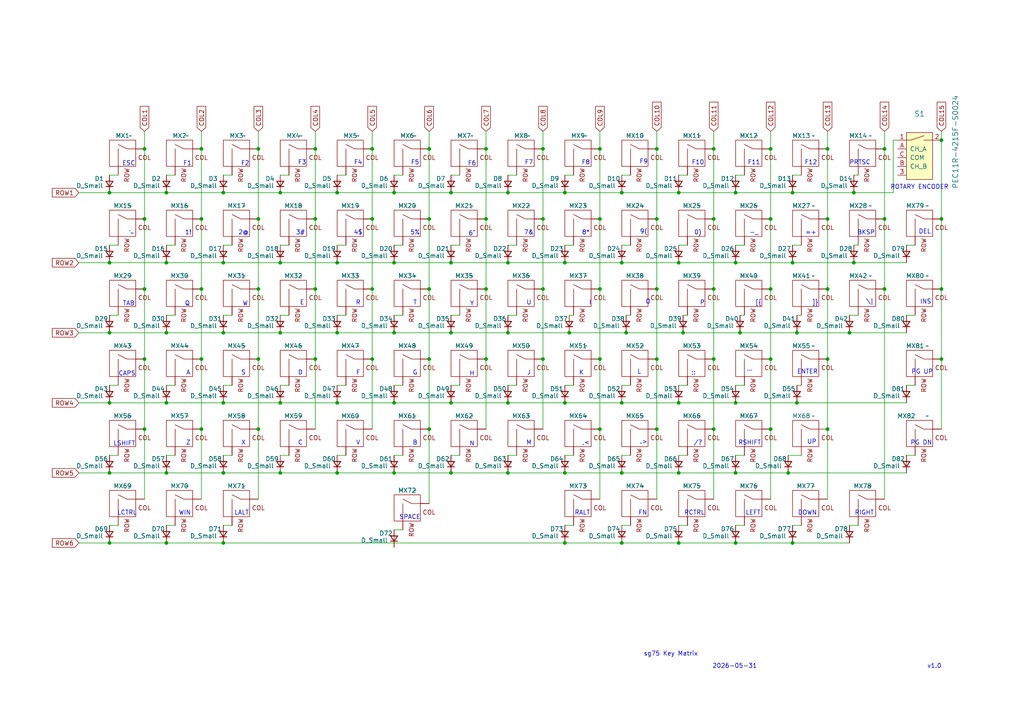
<source format=kicad_sch>
(kicad_sch (version 20231120) (generator "eeschema") (generator_version "8.0")
  (paper "A4")
  (junction (at 180.34 55.88))
  (junction (at 196.85 55.88))
  (junction (at 58.42 104.14))
  (junction (at 97.79 96.52))
  (junction (at 74.93 104.14))
  (junction (at 196.85 76.2))
  (junction (at 240.03 83.82))
  (junction (at 214.63 96.52))
  (junction (at 213.36 55.88))
  (junction (at 198.12 96.52))
  (junction (at 41.91 83.82))
  (junction (at 130.81 137.16))
  (junction (at 58.42 83.82))
  (junction (at 207.01 104.14))
  (junction (at 64.77 157.48))
  (junction (at 31.75 55.88))
  (junction (at 207.01 63.5))
  (junction (at 31.75 96.52))
  (junction (at 107.95 63.5))
  (junction (at 140.97 43.18))
  (junction (at 147.32 96.52))
  (junction (at 97.79 137.16))
  (junction (at 31.75 116.84))
  (junction (at 229.87 157.48))
  (junction (at 147.32 116.84))
  (junction (at 130.81 116.84))
  (junction (at 180.34 76.2))
  (junction (at 196.85 137.16))
  (junction (at 58.42 124.46))
  (junction (at 181.61 96.52))
  (junction (at 173.99 63.5))
  (junction (at 256.54 63.5))
  (junction (at 41.91 124.46))
  (junction (at 58.42 43.18))
  (junction (at 213.36 116.84))
  (junction (at 140.97 104.14))
  (junction (at 157.48 104.14))
  (junction (at 190.5 104.14))
  (junction (at 240.03 124.46))
  (junction (at 163.83 157.48))
  (junction (at 130.81 76.2))
  (junction (at 64.77 76.2))
  (junction (at 247.65 55.88))
  (junction (at 213.36 157.48))
  (junction (at 157.48 83.82))
  (junction (at 81.28 76.2))
  (junction (at 173.99 104.14))
  (junction (at 81.28 96.52))
  (junction (at 240.03 104.14))
  (junction (at 223.52 63.5))
  (junction (at 173.99 43.18))
  (junction (at 173.99 124.46))
  (junction (at 91.44 83.82))
  (junction (at 190.5 83.82))
  (junction (at 273.05 40.64))
  (junction (at 124.46 63.5))
  (junction (at 140.97 63.5))
  (junction (at 74.93 63.5))
  (junction (at 223.52 124.46))
  (junction (at 229.87 55.88))
  (junction (at 213.36 137.16))
  (junction (at 190.5 43.18))
  (junction (at 41.91 104.14))
  (junction (at 114.3 76.2))
  (junction (at 196.85 116.84))
  (junction (at 196.85 157.48))
  (junction (at 114.3 96.52))
  (junction (at 64.77 137.16))
  (junction (at 273.05 104.14))
  (junction (at 180.34 137.16))
  (junction (at 207.01 83.82))
  (junction (at 64.77 55.88))
  (junction (at 213.36 76.2))
  (junction (at 41.91 43.18))
  (junction (at 147.32 76.2))
  (junction (at 48.26 96.52))
  (junction (at 58.42 63.5))
  (junction (at 229.87 76.2))
  (junction (at 107.95 43.18))
  (junction (at 223.52 104.14))
  (junction (at 31.75 137.16))
  (junction (at 48.26 76.2))
  (junction (at 247.65 76.2))
  (junction (at 114.3 55.88))
  (junction (at 81.28 137.16))
  (junction (at 157.48 63.5))
  (junction (at 74.93 43.18))
  (junction (at 180.34 157.48))
  (junction (at 157.48 43.18))
  (junction (at 256.54 83.82))
  (junction (at 74.93 83.82))
  (junction (at 107.95 83.82))
  (junction (at 273.05 83.82))
  (junction (at 173.99 83.82))
  (junction (at 190.5 124.46))
  (junction (at 140.97 83.82))
  (junction (at 163.83 137.16))
  (junction (at 124.46 124.46))
  (junction (at 31.75 157.48))
  (junction (at 124.46 43.18))
  (junction (at 147.32 137.16))
  (junction (at 147.32 55.88))
  (junction (at 228.6 137.16))
  (junction (at 97.79 76.2))
  (junction (at 74.93 124.46))
  (junction (at 165.1 96.52))
  (junction (at 207.01 43.18))
  (junction (at 124.46 104.14))
  (junction (at 223.52 83.82))
  (junction (at 180.34 116.84))
  (junction (at 223.52 43.18))
  (junction (at 130.81 96.52))
  (junction (at 81.28 55.88))
  (junction (at 207.01 124.46))
  (junction (at 31.75 76.2))
  (junction (at 64.77 116.84))
  (junction (at 190.5 63.5))
  (junction (at 91.44 63.5))
  (junction (at 130.81 55.88))
  (junction (at 231.14 96.52))
  (junction (at 256.54 43.18))
  (junction (at 48.26 137.16))
  (junction (at 91.44 43.18))
  (junction (at 246.38 96.52))
  (junction (at 231.14 116.84))
  (junction (at 114.3 116.84))
  (junction (at 107.95 104.14))
  (junction (at 48.26 157.48))
  (junction (at 124.46 83.82))
  (junction (at 64.77 96.52))
  (junction (at 240.03 43.18))
  (junction (at 163.83 76.2))
  (junction (at 41.91 63.5))
  (junction (at 163.83 55.88))
  (junction (at 114.3 137.16))
  (junction (at 81.28 116.84))
  (junction (at 163.83 116.84))
  (junction (at 240.03 63.5))
  (junction (at 97.79 116.84))
  (junction (at 48.26 116.84))
  (junction (at 273.05 63.5))
  (junction (at 91.44 104.14))
  (junction (at 48.26 55.88))
  (junction (at 97.79 55.88))
  (wire (pts (xy 58.42 124.46) (xy 58.42 144.78)))
  (wire (pts (xy 48.26 116.84) (xy 64.77 116.84)))
  (wire (pts (xy 180.34 50.8) (xy 182.88 50.8)))
  (wire (pts (xy 22.86 137.16) (xy 31.75 137.16)))
  (wire (pts (xy 48.26 157.48) (xy 64.77 157.48)))
  (wire (pts (xy 198.12 91.44) (xy 199.39 91.44)))
  (wire (pts (xy 130.81 91.44) (xy 133.35 91.44)))
  (wire (pts (xy 97.79 137.16) (xy 114.3 137.16)))
  (wire (pts (xy 180.34 111.76) (xy 182.88 111.76)))
  (wire (pts (xy 64.77 96.52) (xy 81.28 96.52)))
  (wire (pts (xy 180.34 132.08) (xy 182.88 132.08)))
  (wire (pts (xy 207.01 38.1) (xy 207.01 43.18)))
  (wire (pts (xy 163.83 71.12) (xy 166.37 71.12)))
  (wire (pts (xy 256.54 38.1) (xy 256.54 43.18)))
  (wire (pts (xy 48.26 137.16) (xy 64.77 137.16)))
  (wire (pts (xy 124.46 124.46) (xy 124.46 146.05)))
  (wire (pts (xy 48.26 55.88) (xy 64.77 55.88)))
  (wire (pts (xy 223.52 38.1) (xy 223.52 43.18)))
  (wire (pts (xy 31.75 111.76) (xy 34.29 111.76)))
  (wire (pts (xy 190.5 104.14) (xy 190.5 124.46)))
  (wire (pts (xy 196.85 157.48) (xy 213.36 157.48)))
  (wire (pts (xy 114.3 137.16) (xy 130.81 137.16)))
  (wire (pts (xy 213.36 116.84) (xy 231.14 116.84)))
  (wire (pts (xy 196.85 152.4) (xy 199.39 152.4)))
  (wire (pts (xy 31.75 137.16) (xy 48.26 137.16)))
  (wire (pts (xy 64.77 71.12) (xy 67.31 71.12)))
  (wire (pts (xy 207.01 104.14) (xy 207.01 124.46)))
  (wire (pts (xy 48.26 50.8) (xy 50.8 50.8)))
  (wire (pts (xy 190.5 124.46) (xy 190.5 144.78)))
  (wire (pts (xy 91.44 83.82) (xy 91.44 104.14)))
  (wire (pts (xy 58.42 38.1) (xy 58.42 43.18)))
  (wire (pts (xy 180.34 76.2) (xy 196.85 76.2)))
  (wire (pts (xy 213.36 132.08) (xy 215.9 132.08)))
  (wire (pts (xy 173.99 38.1) (xy 173.99 43.18)))
  (wire (pts (xy 97.79 55.88) (xy 114.3 55.88)))
  (wire (pts (xy 81.28 50.8) (xy 83.82 50.8)))
  (wire (pts (xy 22.86 157.48) (xy 31.75 157.48)))
  (wire (pts (xy 273.05 63.5) (xy 273.05 83.82)))
  (wire (pts (xy 180.34 71.12) (xy 182.88 71.12)))
  (wire (pts (xy 196.85 111.76) (xy 199.39 111.76)))
  (wire (pts (xy 74.93 104.14) (xy 74.93 124.46)))
  (wire (pts (xy 262.89 71.12) (xy 265.43 71.12)))
  (wire (pts (xy 22.86 96.52) (xy 31.75 96.52)))
  (wire (pts (xy 163.83 76.2) (xy 180.34 76.2)))
  (wire (pts (xy 81.28 71.12) (xy 83.82 71.12)))
  (wire (pts (xy 81.28 111.76) (xy 83.82 111.76)))
  (wire (pts (xy 124.46 63.5) (xy 124.46 83.82)))
  (wire (pts (xy 207.01 43.18) (xy 207.01 63.5)))
  (wire (pts (xy 31.75 96.52) (xy 48.26 96.52)))
  (wire (pts (xy 48.26 76.2) (xy 64.77 76.2)))
  (wire (pts (xy 64.77 76.2) (xy 81.28 76.2)))
  (wire (pts (xy 130.81 76.2) (xy 147.32 76.2)))
  (wire (pts (xy 97.79 50.8) (xy 100.33 50.8)))
  (wire (pts (xy 41.91 63.5) (xy 41.91 83.82)))
  (wire (pts (xy 256.54 83.82) (xy 256.54 144.78)))
  (wire (pts (xy 22.86 116.84) (xy 31.75 116.84)))
  (wire (pts (xy 130.81 55.88) (xy 147.32 55.88)))
  (wire (pts (xy 48.26 111.76) (xy 50.8 111.76)))
  (wire (pts (xy 165.1 96.52) (xy 181.61 96.52)))
  (wire (pts (xy 256.54 43.18) (xy 256.54 63.5)))
  (wire (pts (xy 246.38 152.4) (xy 248.92 152.4)))
  (wire (pts (xy 190.5 43.18) (xy 190.5 63.5)))
  (wire (pts (xy 256.54 63.5) (xy 256.54 83.82)))
  (wire (pts (xy 163.83 132.08) (xy 166.37 132.08)))
  (wire (pts (xy 97.79 116.84) (xy 114.3 116.84)))
  (wire (pts (xy 114.3 50.8) (xy 116.84 50.8)))
  (wire (pts (xy 107.95 43.18) (xy 107.95 63.5)))
  (wire (pts (xy 97.79 111.76) (xy 100.33 111.76)))
  (wire (pts (xy 48.26 96.52) (xy 64.77 96.52)))
  (wire (pts (xy 74.93 124.46) (xy 74.93 144.78)))
  (wire (pts (xy 64.77 132.08) (xy 67.31 132.08)))
  (wire (pts (xy 130.81 111.76) (xy 133.35 111.76)))
  (wire (pts (xy 262.89 91.44) (xy 265.43 91.44)))
  (wire (pts (xy 147.32 50.8) (xy 149.86 50.8)))
  (wire (pts (xy 223.52 104.14) (xy 223.52 124.46)))
  (wire (pts (xy 91.44 43.18) (xy 91.44 63.5)))
  (wire (pts (xy 229.87 50.8) (xy 232.41 50.8)))
  (wire (pts (xy 231.14 91.44) (xy 232.41 91.44)))
  (wire (pts (xy 181.61 96.52) (xy 198.12 96.52)))
  (wire (pts (xy 31.75 116.84) (xy 48.26 116.84)))
  (wire (pts (xy 114.3 116.84) (xy 130.81 116.84)))
  (wire (pts (xy 213.36 50.8) (xy 215.9 50.8)))
  (wire (pts (xy 97.79 76.2) (xy 114.3 76.2)))
  (wire (pts (xy 207.01 124.46) (xy 207.01 144.78)))
  (wire (pts (xy 213.36 152.4) (xy 215.9 152.4)))
  (wire (pts (xy 247.65 71.12) (xy 248.92 71.12)))
  (wire (pts (xy 163.83 50.8) (xy 166.37 50.8)))
  (wire (pts (xy 64.77 152.4) (xy 67.31 152.4)))
  (wire (pts (xy 240.03 63.5) (xy 240.03 83.82)))
  (wire (pts (xy 58.42 83.82) (xy 58.42 104.14)))
  (wire (pts (xy 147.32 137.16) (xy 163.83 137.16)))
  (wire (pts (xy 114.3 111.76) (xy 116.84 111.76)))
  (wire (pts (xy 81.28 91.44) (xy 83.82 91.44)))
  (wire (pts (xy 114.3 132.08) (xy 116.84 132.08)))
  (wire (pts (xy 229.87 71.12) (xy 232.41 71.12)))
  (wire (pts (xy 157.48 38.1) (xy 157.48 43.18)))
  (wire (pts (xy 41.91 38.1) (xy 41.91 43.18)))
  (wire (pts (xy 214.63 91.44) (xy 215.9 91.44)))
  (wire (pts (xy 31.75 157.48) (xy 48.26 157.48)))
  (wire (pts (xy 247.65 55.88) (xy 259.08 55.88)))
  (wire (pts (xy 64.77 111.76) (xy 67.31 111.76)))
  (wire (pts (xy 130.81 132.08) (xy 133.35 132.08)))
  (wire (pts (xy 213.36 157.48) (xy 229.87 157.48)))
  (wire (pts (xy 173.99 43.18) (xy 173.99 63.5)))
  (wire (pts (xy 223.52 63.5) (xy 223.52 83.82)))
  (wire (pts (xy 130.81 71.12) (xy 133.35 71.12)))
  (wire (pts (xy 180.34 152.4) (xy 182.88 152.4)))
  (wire (pts (xy 214.63 96.52) (xy 231.14 96.52)))
  (wire (pts (xy 157.48 63.5) (xy 157.48 83.82)))
  (wire (pts (xy 58.42 63.5) (xy 58.42 83.82)))
  (wire (pts (xy 64.77 91.44) (xy 67.31 91.44)))
  (wire (pts (xy 246.38 96.52) (xy 262.89 96.52)))
  (wire (pts (xy 74.93 38.1) (xy 74.93 43.18)))
  (wire (pts (xy 91.44 104.14) (xy 91.44 124.46)))
  (wire (pts (xy 31.75 55.88) (xy 48.26 55.88)))
  (wire (pts (xy 228.6 137.16) (xy 262.89 137.16)))
  (wire (pts (xy 163.83 137.16) (xy 180.34 137.16)))
  (wire (pts (xy 64.77 116.84) (xy 81.28 116.84)))
  (wire (pts (xy 81.28 96.52) (xy 97.79 96.52)))
  (wire (pts (xy 107.95 38.1) (xy 107.95 43.18)))
  (wire (pts (xy 140.97 83.82) (xy 140.97 104.14)))
  (wire (pts (xy 180.34 137.16) (xy 196.85 137.16)))
  (wire (pts (xy 41.91 124.46) (xy 41.91 144.78)))
  (wire (pts (xy 31.75 76.2) (xy 48.26 76.2)))
  (wire (pts (xy 240.03 83.82) (xy 240.03 104.14)))
  (wire (pts (xy 124.46 104.14) (xy 124.46 124.46)))
  (wire (pts (xy 181.61 91.44) (xy 182.88 91.44)))
  (wire (pts (xy 223.52 124.46) (xy 223.52 144.78)))
  (wire (pts (xy 31.75 71.12) (xy 34.29 71.12)))
  (wire (pts (xy 64.77 50.8) (xy 67.31 50.8)))
  (wire (pts (xy 41.91 83.82) (xy 41.91 104.14)))
  (wire (pts (xy 58.42 104.14) (xy 58.42 124.46)))
  (wire (pts (xy 163.83 55.88) (xy 180.34 55.88)))
  (wire (pts (xy 147.32 76.2) (xy 163.83 76.2)))
  (wire (pts (xy 190.5 63.5) (xy 190.5 83.82)))
  (wire (pts (xy 247.65 50.8) (xy 248.92 50.8)))
  (wire (pts (xy 190.5 38.1) (xy 190.5 43.18)))
  (wire (pts (xy 97.79 71.12) (xy 100.33 71.12)))
  (wire (pts (xy 124.46 38.1) (xy 124.46 43.18)))
  (wire (pts (xy 31.75 152.4) (xy 34.29 152.4)))
  (wire (pts (xy 114.3 55.88) (xy 130.81 55.88)))
  (wire (pts (xy 140.97 63.5) (xy 140.97 83.82)))
  (wire (pts (xy 124.46 43.18) (xy 124.46 63.5)))
  (wire (pts (xy 173.99 104.14) (xy 173.99 124.46)))
  (wire (pts (xy 228.6 132.08) (xy 232.41 132.08)))
  (wire (pts (xy 147.32 55.88) (xy 163.83 55.88)))
  (wire (pts (xy 229.87 152.4) (xy 232.41 152.4)))
  (wire (pts (xy 147.32 71.12) (xy 149.86 71.12)))
  (wire (pts (xy 223.52 43.18) (xy 223.52 63.5)))
  (wire (pts (xy 198.12 96.52) (xy 214.63 96.52)))
  (wire (pts (xy 262.89 132.08) (xy 265.43 132.08)))
  (wire (pts (xy 130.81 50.8) (xy 133.35 50.8)))
  (wire (pts (xy 240.03 43.18) (xy 240.03 63.5)))
  (wire (pts (xy 273.05 83.82) (xy 273.05 104.14)))
  (wire (pts (xy 157.48 43.18) (xy 157.48 63.5)))
  (wire (pts (xy 247.65 76.2) (xy 262.89 76.2)))
  (wire (pts (xy 140.97 43.18) (xy 140.97 63.5)))
  (wire (pts (xy 231.14 116.84) (xy 262.89 116.84)))
  (wire (pts (xy 107.95 83.82) (xy 107.95 104.14)))
  (wire (pts (xy 114.3 153.67) (xy 116.84 153.67)))
  (wire (pts (xy 64.77 55.88) (xy 81.28 55.88)))
  (wire (pts (xy 130.81 137.16) (xy 147.32 137.16)))
  (wire (pts (xy 173.99 124.46) (xy 173.99 144.78)))
  (wire (pts (xy 97.79 132.08) (xy 100.33 132.08)))
  (wire (pts (xy 163.83 152.4) (xy 166.37 152.4)))
  (wire (pts (xy 163.83 111.76) (xy 166.37 111.76)))
  (wire (pts (xy 231.14 96.52) (xy 246.38 96.52)))
  (wire (pts (xy 157.48 83.82) (xy 157.48 104.14)))
  (wire (pts (xy 207.01 63.5) (xy 207.01 83.82)))
  (wire (pts (xy 124.46 83.82) (xy 124.46 104.14)))
  (wire (pts (xy 140.97 38.1) (xy 140.97 43.18)))
  (wire (pts (xy 48.26 71.12) (xy 50.8 71.12)))
  (wire (pts (xy 163.83 157.48) (xy 180.34 157.48)))
  (wire (pts (xy 64.77 157.48) (xy 163.83 157.48)))
  (wire (pts (xy 273.05 38.1) (xy 273.05 40.64)))
  (wire (pts (xy 229.87 55.88) (xy 247.65 55.88)))
  (wire (pts (xy 31.75 91.44) (xy 34.29 91.44)))
  (wire (pts (xy 81.28 137.16) (xy 97.79 137.16)))
  (wire (pts (xy 97.79 91.44) (xy 100.33 91.44)))
  (wire (pts (xy 147.32 132.08) (xy 149.86 132.08)))
  (wire (pts (xy 229.87 76.2) (xy 247.65 76.2)))
  (wire (pts (xy 196.85 50.8) (xy 199.39 50.8)))
  (wire (pts (xy 48.26 152.4) (xy 50.8 152.4)))
  (wire (pts (xy 74.93 43.18) (xy 74.93 63.5)))
  (wire (pts (xy 91.44 63.5) (xy 91.44 83.82)))
  (wire (pts (xy 41.91 104.14) (xy 41.91 124.46)))
  (wire (pts (xy 31.75 132.08) (xy 34.29 132.08)))
  (wire (pts (xy 213.36 111.76) (xy 215.9 111.76)))
  (wire (pts (xy 240.03 104.14) (xy 240.03 124.46)))
  (wire (pts (xy 196.85 132.08) (xy 199.39 132.08)))
  (wire (pts (xy 190.5 83.82) (xy 190.5 104.14)))
  (wire (pts (xy 196.85 137.16) (xy 213.36 137.16)))
  (wire (pts (xy 273.05 104.14) (xy 273.05 124.46)))
  (wire (pts (xy 259.08 55.88) (xy 259.08 40.64)))
  (wire (pts (xy 196.85 116.84) (xy 213.36 116.84)))
  (wire (pts (xy 22.86 55.88) (xy 31.75 55.88)))
  (wire (pts (xy 180.34 55.88) (xy 196.85 55.88)))
  (wire (pts (xy 240.03 124.46) (xy 240.03 144.78)))
  (wire (pts (xy 246.38 91.44) (xy 248.92 91.44)))
  (wire (pts (xy 180.34 157.48) (xy 196.85 157.48)))
  (wire (pts (xy 259.08 40.64) (xy 260.35 40.64)))
  (wire (pts (xy 81.28 55.88) (xy 97.79 55.88)))
  (wire (pts (xy 114.3 76.2) (xy 130.81 76.2)))
  (wire (pts (xy 147.32 111.76) (xy 149.86 111.76)))
  (wire (pts (xy 262.89 111.76) (xy 265.43 111.76)))
  (wire (pts (xy 147.32 91.44) (xy 149.86 91.44)))
  (wire (pts (xy 140.97 104.14) (xy 140.97 124.46)))
  (wire (pts (xy 114.3 91.44) (xy 116.84 91.44)))
  (wire (pts (xy 213.36 76.2) (xy 229.87 76.2)))
  (wire (pts (xy 147.32 96.52) (xy 165.1 96.52)))
  (wire (pts (xy 231.14 111.76) (xy 232.41 111.76)))
  (wire (pts (xy 147.32 116.84) (xy 163.83 116.84)))
  (wire (pts (xy 196.85 55.88) (xy 213.36 55.88)))
  (wire (pts (xy 229.87 157.48) (xy 246.38 157.48)))
  (wire (pts (xy 22.86 76.2) (xy 31.75 76.2)))
  (wire (pts (xy 91.44 38.1) (xy 91.44 43.18)))
  (wire (pts (xy 196.85 76.2) (xy 213.36 76.2)))
  (wire (pts (xy 180.34 116.84) (xy 196.85 116.84)))
  (wire (pts (xy 48.26 91.44) (xy 50.8 91.44)))
  (wire (pts (xy 107.95 104.14) (xy 107.95 124.46)))
  (wire (pts (xy 74.93 63.5) (xy 74.93 83.82)))
  (wire (pts (xy 81.28 132.08) (xy 83.82 132.08)))
  (wire (pts (xy 114.3 96.52) (xy 130.81 96.52)))
  (wire (pts (xy 58.42 43.18) (xy 58.42 63.5)))
  (wire (pts (xy 213.36 137.16) (xy 228.6 137.16)))
  (wire (pts (xy 114.3 71.12) (xy 116.84 71.12)))
  (wire (pts (xy 163.83 116.84) (xy 180.34 116.84)))
  (wire (pts (xy 130.81 96.52) (xy 147.32 96.52)))
  (wire (pts (xy 81.28 116.84) (xy 97.79 116.84)))
  (wire (pts (xy 31.75 50.8) (xy 34.29 50.8)))
  (wire (pts (xy 74.93 83.82) (xy 74.93 104.14)))
  (wire (pts (xy 64.77 137.16) (xy 81.28 137.16)))
  (wire (pts (xy 213.36 55.88) (xy 229.87 55.88)))
  (wire (pts (xy 48.26 132.08) (xy 50.8 132.08)))
  (wire (pts (xy 273.05 40.64) (xy 273.05 63.5)))
  (wire (pts (xy 223.52 83.82) (xy 223.52 104.14)))
  (wire (pts (xy 130.81 116.84) (xy 147.32 116.84)))
  (wire (pts (xy 213.36 71.12) (xy 215.9 71.12)))
  (wire (pts (xy 81.28 76.2) (xy 97.79 76.2)))
  (wire (pts (xy 165.1 91.44) (xy 166.37 91.44)))
  (wire (pts (xy 41.91 43.18) (xy 41.91 63.5)))
  (wire (pts (xy 207.01 83.82) (xy 207.01 104.14)))
  (wire (pts (xy 196.85 71.12) (xy 199.39 71.12)))
  (wire (pts (xy 240.03 38.1) (xy 240.03 43.18)))
  (wire (pts (xy 107.95 63.5) (xy 107.95 83.82)))
  (wire (pts (xy 157.48 104.14) (xy 157.48 124.46)))
  (wire (pts (xy 97.79 96.52) (xy 114.3 96.52)))
  (wire (pts (xy 173.99 83.82) (xy 173.99 104.14)))
  (wire (pts (xy 173.99 63.5) (xy 173.99 83.82)))
  (text "F12\n" (at 235.204 47.244 0) (effects (font (size 1.27 1.27))))
  (text "UP" (at 235.458 128.27 0) (effects (font (size 1.27 1.27))))
  (text "DEL" (at 268.224 67.31 0) (effects (font (size 1.27 1.27))))
  (text "K" (at 168.656 108.204 0) (effects (font (size 1.27 1.27))))
  (text ";:" (at 201.168 108.204 0) (effects (font (size 1.27 1.27))))
  (text "G" (at 120.396 108.204 0) (effects (font (size 1.27 1.27))))
  (text "W" (at 71.12 88.138 0) (effects (font (size 1.27 1.27))))
  (text "A" (at 54.61 108.204 0) (effects (font (size 1.27 1.27))))
  (text "8*" (at 169.926 67.564 0) (effects (font (size 1.27 1.27))))
  (text "O" (at 187.96 87.63 0) (effects (font (size 1.27 1.27))))
  (text "F6\n" (at 136.906 47.498 0) (effects (font (size 1.27 1.27))))
  (text "]}" (at 236.474 87.884 0) (effects (font (size 1.27 1.27))))
  (text "D" (at 87.122 108.204 0) (effects (font (size 1.27 1.27))))
  (text "F" (at 103.886 108.204 0) (effects (font (size 1.27 1.27))))
  (text "X" (at 70.612 128.524 0) (effects (font (size 1.27 1.27))))
  (text "4$" (at 103.886 67.564 0) (effects (font (size 1.27 1.27))))
  (text "Z" (at 54.61 128.524 0) (effects (font (size 1.27 1.27))))
  (text "Y" (at 136.906 88.138 0) (effects (font (size 1.27 1.27))))
  (text "E" (at 87.63 87.884 0) (effects (font (size 1.27 1.27))))
  (text "/?\n" (at 202.438 128.524 0) (effects (font (size 1.27 1.27))))
  (text "RSHIFT" (at 217.424 128.524 0) (effects (font (size 1.27 1.27))))
  (text "LCTRL\n" (at 36.83 148.844 0) (effects (font (size 1.27 1.27))))
  (text "'\"" (at 217.424 108.204 0) (effects (font (size 1.27 1.27))))
  (text "N" (at 136.906 128.778 0) (effects (font (size 1.27 1.27))))
  (text "6^" (at 136.906 67.818 0) (effects (font (size 1.27 1.27))))
  (text "=+" (at 235.204 67.564 0) (effects (font (size 1.27 1.27))))
  (text ",<" (at 169.926 128.524 0) (effects (font (size 1.27 1.27))))
  (text "5%" (at 120.396 67.564 0) (effects (font (size 1.27 1.27))))
  (text "RALT" (at 168.91 148.844 0) (effects (font (size 1.27 1.27))))
  (text "RCTRL" (at 201.422 148.844 0) (effects (font (size 1.27 1.27))))
  (text "WIN" (at 53.594 148.844 0) (effects (font (size 1.27 1.27))))
  (text "FN" (at 186.436 148.844 0) (effects (font (size 1.27 1.27))))
  (text "sg75 Key Matrix" (at 194.564 189.738 0) (effects (font (size 1.27 1.27))))
  (text "M" (at 153.416 128.524 0) (effects (font (size 1.27 1.27))))
  (text "RIGHT" (at 250.698 148.844 0) (effects (font (size 1.27 1.27))))
  (text "F5\n" (at 120.396 47.244 0) (effects (font (size 1.27 1.27))))
  (text "SPACE" (at 118.872 150.114 0) (effects (font (size 1.27 1.27))))
  (text "ENTER" (at 234.188 107.95 0) (effects (font (size 1.27 1.27))))
  (text "U" (at 153.416 87.884 0) (effects (font (size 1.27 1.27))))
  (text "T" (at 120.396 87.884 0) (effects (font (size 1.27 1.27))))
  (text "F11" (at 218.694 47.244 0) (effects (font (size 1.27 1.27))))
  (text "R\n" (at 103.886 87.884 0) (effects (font (size 1.27 1.27))))
  (text "v1.0" (at 271.018 193.294 0) (effects (font (size 1.27 1.27))))
  (text "LSHIFT" (at 36.068 128.778 0) (effects (font (size 1.27 1.27))))
  (text "F7" (at 153.416 47.244 0) (effects (font (size 1.27 1.27))))
  (text "F3" (at 87.63 47.244 0) (effects (font (size 1.27 1.27))))
  (text "9(" (at 186.69 67.31 0) (effects (font (size 1.27 1.27))))
  (text "BKSP" (at 251.206 67.564 0) (effects (font (size 1.27 1.27))))
  (text "\\|" (at 252.476 87.63 0) (effects (font (size 1.27 1.27))))
  (text "3#" (at 87.122 67.564 0) (effects (font (size 1.27 1.27))))
  (text "TAB" (at 37.338 88.138 0) (effects (font (size 1.27 1.27))))
  (text "DOWN" (at 234.188 148.844 0) (effects (font (size 1.27 1.27))))
  (text "I" (at 171.196 87.884 0) (effects (font (size 1.27 1.27))))
  (text "INS" (at 268.478 87.63 0) (effects (font (size 1.27 1.27))))
  (text "J" (at 153.416 108.204 0) (effects (font (size 1.27 1.27))))
  (text "F8" (at 169.926 47.244 0) (effects (font (size 1.27 1.27))))
  (text "L" (at 185.42 107.95 0) (effects (font (size 1.27 1.27))))
  (text "CAPS" (at 36.83 108.458 0) (effects (font (size 1.27 1.27))))
  (text "7&" (at 153.416 67.564 0) (effects (font (size 1.27 1.27))))
  (text "ESC\n" (at 37.338 47.498 0) (effects (font (size 1.27 1.27))))
  (text "B" (at 120.396 128.524 0) (effects (font (size 1.27 1.27))))
  (text "F9" (at 186.69 46.99 0) (effects (font (size 1.27 1.27))))
  (text "2@" (at 70.612 67.564 0) (effects (font (size 1.27 1.27))))
  (text "${CURRENT_DATE}" (at 213.106 193.294 0) (effects (font (size 1.27 1.27))))
  (text "V" (at 103.886 128.524 0) (effects (font (size 1.27 1.27))))
  (text "Q" (at 54.356 88.138 0) (effects (font (size 1.27 1.27))))
  (text "[{" (at 219.964 87.884 0) (effects (font (size 1.27 1.27))))
  (text "PRTSC\n" (at 249.428 47.244 0) (effects (font (size 1.27 1.27))))
  (text "F1" (at 54.356 47.498 0) (effects (font (size 1.27 1.27))))
  (text "ROTARY ENCODER\n" (at 266.7 54.356 0) (effects (font (size 1.27 1.27))))
  (text "LEFT" (at 218.44 148.844 0) (effects (font (size 1.27 1.27))))
  (text ".>\n" (at 186.69 128.27 0) (effects (font (size 1.27 1.27))))
  (text "PG UP" (at 267.462 107.95 0) (effects (font (size 1.27 1.27))))
  (text "0)" (at 202.438 67.564 0) (effects (font (size 1.27 1.27))))
  (text "F4" (at 103.886 47.244 0) (effects (font (size 1.27 1.27))))
  (text "F10" (at 202.438 47.244 0) (effects (font (size 1.27 1.27))))
  (text "C" (at 87.122 128.524 0) (effects (font (size 1.27 1.27))))
  (text "LALT" (at 70.104 148.844 0) (effects (font (size 1.27 1.27))))
  (text "PG DN" (at 267.208 128.524 0) (effects (font (size 1.27 1.27))))
  (text "P" (at 203.708 87.884 0) (effects (font (size 1.27 1.27))))
  (text "H" (at 136.906 108.458 0) (effects (font (size 1.27 1.27))))
  (text "F2" (at 71.12 47.498 0) (effects (font (size 1.27 1.27))))
  (text "`~" (at 38.1 67.818 0) (effects (font (size 1.27 1.27))))
  (text "1!" (at 54.61 67.564 0) (effects (font (size 1.27 1.27))))
  (text "S" (at 70.612 108.204 0) (effects (font (size 1.27 1.27))))
  (text "-_" (at 218.694 67.564 0) (effects (font (size 1.27 1.27))))
  (global_label "COL8" (shape input) (at 157.48 38.1 90) (property "Intersheetrefs" "${INTERSHEET_REFS}" (effects (hide yes))))
  (global_label "COL9" (shape input) (at 173.99 38.1 90) (property "Intersheetrefs" "${INTERSHEET_REFS}" (effects (hide yes))))
  (global_label "COL11" (shape input) (at 207.01 38.1 90) (property "Intersheetrefs" "${INTERSHEET_REFS}" (effects (hide yes))))
  (global_label "COL5" (shape input) (at 107.95 38.1 90) (property "Intersheetrefs" "${INTERSHEET_REFS}" (effects (hide yes))))
  (global_label "COL13" (shape input) (at 240.03 38.1 90) (property "Intersheetrefs" "${INTERSHEET_REFS}" (effects (hide yes))))
  (global_label "COL14" (shape input) (at 256.54 38.1 90) (property "Intersheetrefs" "${INTERSHEET_REFS}" (effects (hide yes))))
  (global_label "ROW4" (shape input) (at 22.86 116.84 180) (property "Intersheetrefs" "${INTERSHEET_REFS}" (effects (hide yes))))
  (global_label "ROW1" (shape input) (at 22.86 55.88 180) (property "Intersheetrefs" "${INTERSHEET_REFS}" (effects (hide yes))))
  (global_label "ROW5" (shape input) (at 22.86 137.16 180) (property "Intersheetrefs" "${INTERSHEET_REFS}" (effects (hide yes))))
  (global_label "COL12" (shape input) (at 223.52 38.1 90) (property "Intersheetrefs" "${INTERSHEET_REFS}" (effects (hide yes))))
  (global_label "COL7" (shape input) (at 140.97 38.1 90) (property "Intersheetrefs" "${INTERSHEET_REFS}" (effects (hide yes))))
  (global_label "ROW2" (shape input) (at 22.86 76.2 180) (property "Intersheetrefs" "${INTERSHEET_REFS}" (effects (hide yes))))
  (global_label "COL4" (shape input) (at 91.44 38.1 90) (property "Intersheetrefs" "${INTERSHEET_REFS}" (effects (hide yes))))
  (global_label "COL10" (shape input) (at 190.5 38.1 90) (property "Intersheetrefs" "${INTERSHEET_REFS}" (effects (hide yes))))
  (global_label "COL2" (shape input) (at 58.42 38.1 90) (property "Intersheetrefs" "${INTERSHEET_REFS}" (effects (hide yes))))
  (global_label "ROW6" (shape input) (at 22.86 157.48 180) (property "Intersheetrefs" "${INTERSHEET_REFS}" (effects (hide yes))))
  (global_label "COL6" (shape input) (at 124.46 38.1 90) (property "Intersheetrefs" "${INTERSHEET_REFS}" (effects (hide yes))))
  (global_label "COL15" (shape input) (at 273.05 38.1 90) (property "Intersheetrefs" "${INTERSHEET_REFS}" (effects (hide yes))))
  (global_label "COL1" (shape input) (at 41.91 38.1 90) (property "Intersheetrefs" "${INTERSHEET_REFS}" (effects (hide yes))))
  (global_label "ROW3" (shape input) (at 22.86 96.52 180) (property "Intersheetrefs" "${INTERSHEET_REFS}" (effects (hide yes))))
  (global_label "COL3" (shape input) (at 74.93 38.1 90) (property "Intersheetrefs" "${INTERSHEET_REFS}" (effects (hide yes))))
  (symbol (lib_id "Device:D_Small") (at 163.83 73.66 90) (unit 1)
    (property "Reference" "D23" (at 159.512 72.136 90) (effects (justify right)))
    (property "Value" "D_Small" (at 154.178 74.168 90) (effects (justify right)))
    (property "Description" "Diode, small symbol" (effects (hide yes)))
    (property "Sim.Device" "D" (effects (hide yes)))
    (property "Sim.Pins" "1=K 2=A" (effects (hide yes)))
  )
  (symbol (lib_id "Device:D_Small") (at 196.85 73.66 90) (unit 1)
    (property "Reference" "D25" (at 192.532 72.136 90) (effects (justify right)))
    (property "Value" "D_Small" (at 187.198 74.168 90) (effects (justify right)))
    (property "Description" "Diode, small symbol" (effects (hide yes)))
    (property "Sim.Device" "D" (effects (hide yes)))
    (property "Sim.Pins" "1=K 2=A" (effects (hide yes)))
  )
  (symbol (lib_id "Device:D_Small") (at 97.79 73.66 90) (unit 1)
    (property "Reference" "D19" (at 93.472 72.136 90) (effects (justify right)))
    (property "Value" "D_Small" (at 88.138 74.168 90) (effects (justify right)))
    (property "Description" "Diode, small symbol" (effects (hide yes)))
    (property "Sim.Device" "D" (effects (hide yes)))
    (property "Sim.Pins" "1=K 2=A" (effects (hide yes)))
  )
  (symbol (lib_id "Keyboard:MX_Switch") (at 233.68 105.41 0) (unit 1)
    (property "Reference" "MX55" (at 232.41 100.33 0))
    (property "Value" "~" (at 235.9127 100.33 0))
  )
  (symbol (lib_id "Device:D_Small") (at 130.81 53.34 90) (unit 1)
    (property "Reference" "D7" (at 126.492 51.816 90) (effects (justify right)))
    (property "Value" "D_Small" (at 121.158 53.848 90) (effects (justify right)))
    (property "Description" "Diode, small symbol" (effects (hide yes)))
    (property "Sim.Device" "D" (effects (hide yes)))
    (property "Sim.Pins" "1=K 2=A" (effects (hide yes)))
  )
  (symbol (lib_id "Device:D_Small") (at 262.89 114.3 90) (unit 1)
    (property "Reference" "D81" (at 258.572 112.776 90) (effects (justify right)))
    (property "Value" "D_Small" (at 253.238 114.808 90) (effects (justify right)))
    (property "Description" "Diode, small symbol" (effects (hide yes)))
    (property "Sim.Device" "D" (effects (hide yes)))
    (property "Sim.Pins" "1=K 2=A" (effects (hide yes)))
  )
  (symbol (lib_id "Device:D_Small") (at 262.89 73.66 90) (unit 1)
    (property "Reference" "D79" (at 258.572 72.136 90) (effects (justify right)))
    (property "Value" "D_Small" (at 253.238 74.168 90) (effects (justify right)))
    (property "Description" "Diode, small symbol" (effects (hide yes)))
    (property "Sim.Device" "D" (effects (hide yes)))
    (property "Sim.Pins" "1=K 2=A" (effects (hide yes)))
  )
  (symbol (lib_id "Keyboard:MX_Switch") (at 101.6 44.45 0) (unit 1)
    (property "Reference" "MX5" (at 101.6 39.37 0))
    (property "Value" "~" (at 103.8327 39.37 0))
  )
  (symbol (lib_id "Keyboard:MX_Switch") (at 184.15 146.05 0) (unit 1)
    (property "Reference" "MX74" (at 184.15 140.97 0))
    (property "Value" "~" (at 186.3827 140.97 0))
  )
  (symbol (lib_id "Device:D_Small") (at 196.85 154.94 90) (unit 1)
    (property "Reference" "D75" (at 192.532 153.416 90) (effects (justify right)))
    (property "Value" "D_Small" (at 187.198 155.448 90) (effects (justify right)))
    (property "Description" "Diode, small symbol" (effects (hide yes)))
    (property "Sim.Device" "D" (effects (hide yes)))
    (property "Sim.Pins" "1=K 2=A" (effects (hide yes)))
  )
  (symbol (lib_id "Keyboard:MX_Switch") (at 118.11 105.41 0) (unit 1)
    (property "Reference" "MX48" (at 118.11 100.33 0))
    (property "Value" "~" (at 120.3427 100.33 0))
  )
  (symbol (lib_id "Keyboard:MX_Switch") (at 52.07 125.73 0) (unit 1)
    (property "Reference" "MX57" (at 52.07 120.65 0))
    (property "Value" "~" (at 54.3027 120.65 0))
  )
  (symbol (lib_id "Keyboard:MX_Switch") (at 167.64 64.77 0) (unit 1)
    (property "Reference" "MX23" (at 167.64 59.69 0))
    (property "Value" "~" (at 169.8727 59.69 0))
  )
  (symbol (lib_id "Keyboard:MX_Switch") (at 200.66 125.73 0) (unit 1)
    (property "Reference" "MX66" (at 200.66 120.65 0))
    (property "Value" "~" (at 202.8927 120.65 0))
  )
  (symbol (lib_id "Keyboard:MX_Switch") (at 118.11 85.09 0) (unit 1)
    (property "Reference" "MX34" (at 118.11 80.01 0))
    (property "Value" "~" (at 120.3427 80.01 0))
  )
  (symbol (lib_id "Keyboard:MX_Switch") (at 68.58 85.09 0) (unit 1)
    (property "Reference" "MX31" (at 68.58 80.01 0))
    (property "Value" "~" (at 70.8127 80.01 0))
  )
  (symbol (lib_id "Device:D_Small") (at 81.28 53.34 90) (unit 1)
    (property "Reference" "D4" (at 76.962 51.816 90) (effects (justify right)))
    (property "Value" "D_Small" (at 71.628 53.848 90) (effects (justify right)))
    (property "Description" "Diode, small symbol" (effects (hide yes)))
    (property "Sim.Device" "D" (effects (hide yes)))
    (property "Sim.Pins" "1=K 2=A" (effects (hide yes)))
  )
  (symbol (lib_id "Device:D_Small") (at 48.26 134.62 90) (unit 1)
    (property "Reference" "D57" (at 43.942 133.096 90) (effects (justify right)))
    (property "Value" "D_Small" (at 38.608 135.128 90) (effects (justify right)))
    (property "Description" "Diode, small symbol" (effects (hide yes)))
    (property "Sim.Device" "D" (effects (hide yes)))
    (property "Sim.Pins" "1=K 2=A" (effects (hide yes)))
  )
  (symbol (lib_id "Keyboard:MX_Switch") (at 118.11 64.77 0) (unit 1)
    (property "Reference" "MX20" (at 118.11 59.69 0))
    (property "Value" "~" (at 120.3427 59.69 0))
  )
  (symbol (lib_id "Device:D_Small") (at 48.26 73.66 90) (unit 1)
    (property "Reference" "D16" (at 43.942 72.136 90) (effects (justify right)))
    (property "Value" "D_Small" (at 38.608 74.168 90) (effects (justify right)))
    (property "Description" "Diode, small symbol" (effects (hide yes)))
    (property "Sim.Device" "D" (effects (hide yes)))
    (property "Sim.Pins" "1=K 2=A" (effects (hide yes)))
  )
  (symbol (lib_id "Keyboard:MX_Switch") (at 101.6 105.41 0) (unit 1)
    (property "Reference" "MX47" (at 101.6 100.33 0))
    (property "Value" "~" (at 103.8327 100.33 0))
  )
  (symbol (lib_id "Keyboard:MX_Switch") (at 35.56 85.09 0) (unit 1)
    (property "Reference" "MX29" (at 35.56 80.01 0))
    (property "Value" "~" (at 37.7927 80.01 0))
  )
  (symbol (lib_id "Keyboard:MX_Switch") (at 217.17 44.45 0) (unit 1)
    (property "Reference" "MX12" (at 217.17 39.37 0))
    (property "Value" "~" (at 219.4027 39.37 0))
  )
  (symbol (lib_id "Keyboard:MX_Switch") (at 134.62 85.09 0) (unit 1)
    (property "Reference" "MX35" (at 134.62 80.01 0))
    (property "Value" "~" (at 136.8527 80.01 0))
  )
  (symbol (lib_id "Device:D_Small") (at 180.34 114.3 90) (unit 1)
    (property "Reference" "D52" (at 176.022 112.776 90) (effects (justify right)))
    (property "Value" "D_Small" (at 170.688 114.808 90) (effects (justify right)))
    (property "Description" "Diode, small symbol" (effects (hide yes)))
    (property "Sim.Device" "D" (effects (hide yes)))
    (property "Sim.Pins" "1=K 2=A" (effects (hide yes)))
  )
  (symbol (lib_id "Keyboard:MX_Switch") (at 134.62 64.77 0) (unit 1)
    (property "Reference" "MX21" (at 134.62 59.69 0))
    (property "Value" "~" (at 136.8527 59.69 0))
  )
  (symbol (lib_id "Keyboard:MX_Switch") (at 35.56 146.05 0) (unit 1)
    (property "Reference" "MX69" (at 35.56 140.97 0))
    (property "Value" "~" (at 37.7927 140.97 0))
  )
  (symbol (lib_id "Device:D_Small") (at 147.32 73.66 90) (unit 1)
    (property "Reference" "D22" (at 143.002 72.136 90) (effects (justify right)))
    (property "Value" "D_Small" (at 137.668 74.168 90) (effects (justify right)))
    (property "Description" "Diode, small symbol" (effects (hide yes)))
    (property "Sim.Device" "D" (effects (hide yes)))
    (property "Sim.Pins" "1=K 2=A" (effects (hide yes)))
  )
  (symbol (lib_id "Keyboard:MX_Switch") (at 167.64 44.45 0) (unit 1)
    (property "Reference" "MX9" (at 167.64 39.37 0))
    (property "Value" "~" (at 169.8727 39.37 0))
  )
  (symbol (lib_id "Device:D_Small") (at 130.81 114.3 90) (unit 1)
    (property "Reference" "D49" (at 126.492 112.776 90) (effects (justify right)))
    (property "Value" "D_Small" (at 121.158 114.808 90) (effects (justify right)))
    (property "Description" "Diode, small symbol" (effects (hide yes)))
    (property "Sim.Device" "D" (effects (hide yes)))
    (property "Sim.Pins" "1=K 2=A" (effects (hide yes)))
  )
  (symbol (lib_id "Keyboard:MX_Switch") (at 184.15 44.45 0) (unit 1)
    (property "Reference" "MX10" (at 184.15 39.37 0))
    (property "Value" "~" (at 186.3827 39.37 0))
  )
  (symbol (lib_id "Keyboard:MX_Switch") (at 68.58 44.45 0) (unit 1)
    (property "Reference" "MX3" (at 68.58 39.37 0))
    (property "Value" "~" (at 70.8127 39.37 0))
  )
  (symbol (lib_id "Device:D_Small") (at 147.32 53.34 90) (unit 1)
    (property "Reference" "D8" (at 143.002 51.816 90) (effects (justify right)))
    (property "Value" "D_Small" (at 137.668 53.848 90) (effects (justify right)))
    (property "Description" "Diode, small symbol" (effects (hide yes)))
    (property "Sim.Device" "D" (effects (hide yes)))
    (property "Sim.Pins" "1=K 2=A" (effects (hide yes)))
  )
  (symbol (lib_id "Keyboard:MX_Switch") (at 68.58 125.73 0) (unit 1)
    (property "Reference" "MX58" (at 68.58 120.65 0))
    (property "Value" "~" (at 70.8127 120.65 0))
  )
  (symbol (lib_id "Device:D_Small") (at 262.89 93.98 90) (unit 1)
    (property "Reference" "D80" (at 258.572 92.456 90) (effects (justify right)))
    (property "Value" "D_Small" (at 253.238 94.488 90) (effects (justify right)))
    (property "Description" "Diode, small symbol" (effects (hide yes)))
    (property "Sim.Device" "D" (effects (hide yes)))
    (property "Sim.Pins" "1=K 2=A" (effects (hide yes)))
  )
  (symbol (lib_id "Keyboard:MX_Switch") (at 85.09 85.09 0) (unit 1)
    (property "Reference" "MX32" (at 85.09 80.01 0))
    (property "Value" "~" (at 87.3227 80.01 0))
  )
  (symbol (lib_id "Device:D_Small") (at 147.32 114.3 90) (unit 1)
    (property "Reference" "D50" (at 143.002 112.776 90) (effects (justify right)))
    (property "Value" "D_Small" (at 137.668 114.808 90) (effects (justify right)))
    (property "Description" "Diode, small symbol" (effects (hide yes)))
    (property "Sim.Device" "D" (effects (hide yes)))
    (property "Sim.Pins" "1=K 2=A" (effects (hide yes)))
  )
  (symbol (lib_id "Keyboard:MX_Switch") (at 217.17 125.73 0) (unit 1)
    (property "Reference" "MX67" (at 217.17 120.65 0))
    (property "Value" "~" (at 219.4027 120.65 0))
  )
  (symbol (lib_id "Keyboard:MX_Switch") (at 250.19 64.77 0) (unit 1)
    (property "Reference" "MX28" (at 248.92 59.69 0))
    (property "Value" "~" (at 252.4227 59.69 0))
  )
  (symbol (lib_id "Device:D_Small") (at 196.85 134.62 90) (unit 1)
    (property "Reference" "D66" (at 192.532 133.096 90) (effects (justify right)))
    (property "Value" "D_Small" (at 187.198 135.128 90) (effects (justify right)))
    (property "Description" "Diode, small symbol" (effects (hide yes)))
    (property "Sim.Device" "D" (effects (hide yes)))
    (property "Sim.Pins" "1=K 2=A" (effects (hide yes)))
  )
  (symbol (lib_id "Device:D_Small") (at 198.12 93.98 90) (unit 1)
    (property "Reference" "D39" (at 193.802 92.456 90) (effects (justify right)))
    (property "Value" "D_Small" (at 188.468 94.488 90) (effects (justify right)))
    (property "Description" "Diode, small symbol" (effects (hide yes)))
    (property "Sim.Device" "D" (effects (hide yes)))
    (property "Sim.Pins" "1=K 2=A" (effects (hide yes)))
  )
  (symbol (lib_id "Device:D_Small") (at 181.61 93.98 90) (unit 1)
    (property "Reference" "D38" (at 177.292 92.456 90) (effects (justify right)))
    (property "Value" "D_Small" (at 171.958 94.488 90) (effects (justify right)))
    (property "Description" "Diode, small symbol" (effects (hide yes)))
    (property "Sim.Device" "D" (effects (hide yes)))
    (property "Sim.Pins" "1=K 2=A" (effects (hide yes)))
  )
  (symbol (lib_id "Keyboard:MX_Switch") (at 151.13 44.45 0) (unit 1)
    (property "Reference" "MX8" (at 151.13 39.37 0))
    (property "Value" "~" (at 153.3627 39.37 0))
  )
  (symbol (lib_id "Device:D_Small") (at 81.28 114.3 90) (unit 1)
    (property "Reference" "D46" (at 76.962 112.776 90) (effects (justify right)))
    (property "Value" "D_Small" (at 71.628 114.808 90) (effects (justify right)))
    (property "Description" "Diode, small symbol" (effects (hide yes)))
    (property "Sim.Device" "D" (effects (hide yes)))
    (property "Sim.Pins" "1=K 2=A" (effects (hide yes)))
  )
  (symbol (lib_id "Device:D_Small") (at 114.3 134.62 90) (unit 1)
    (property "Reference" "D61" (at 109.982 133.096 90) (effects (justify right)))
    (property "Value" "D_Small" (at 104.648 135.128 90) (effects (justify right)))
    (property "Description" "Diode, small symbol" (effects (hide yes)))
    (property "Sim.Device" "D" (effects (hide yes)))
    (property "Sim.Pins" "1=K 2=A" (effects (hide yes)))
  )
  (symbol (lib_id "Device:D_Small") (at 180.34 134.62 90) (unit 1)
    (property "Reference" "D65" (at 176.022 133.096 90) (effects (justify right)))
    (property "Value" "D_Small" (at 170.688 135.128 90) (effects (justify right)))
    (property "Description" "Diode, small symbol" (effects (hide yes)))
    (property "Sim.Device" "D" (effects (hide yes)))
    (property "Sim.Pins" "1=K 2=A" (effects (hide yes)))
  )
  (symbol (lib_id "Device:D_Small") (at 229.87 154.94 90) (unit 1)
    (property "Reference" "D77" (at 225.552 153.416 90) (effects (justify right)))
    (property "Value" "D_Small" (at 220.218 155.448 90) (effects (justify right)))
    (property "Description" "Diode, small symbol" (effects (hide yes)))
    (property "Sim.Device" "D" (effects (hide yes)))
    (property "Sim.Pins" "1=K 2=A" (effects (hide yes)))
  )
  (symbol (lib_id "Device:D_Small") (at 163.83 114.3 90) (unit 1)
    (property "Reference" "D51" (at 159.512 112.776 90) (effects (justify right)))
    (property "Value" "D_Small" (at 154.178 114.808 90) (effects (justify right)))
    (property "Description" "Diode, small symbol" (effects (hide yes)))
    (property "Sim.Device" "D" (effects (hide yes)))
    (property "Sim.Pins" "1=K 2=A" (effects (hide yes)))
  )
  (symbol (lib_id "Device:D_Small") (at 228.6 134.62 90) (unit 1)
    (property "Reference" "D68" (at 224.282 133.096 90) (effects (justify right)))
    (property "Value" "D_Small" (at 218.948 135.128 90) (effects (justify right)))
    (property "Description" "Diode, small symbol" (effects (hide yes)))
    (property "Sim.Device" "D" (effects (hide yes)))
    (property "Sim.Pins" "1=K 2=A" (effects (hide yes)))
  )
  (symbol (lib_id "Device:D_Small") (at 97.79 93.98 90) (unit 1)
    (property "Reference" "D33" (at 93.472 92.456 90) (effects (justify right)))
    (property "Value" "D_Small" (at 88.138 94.488 90) (effects (justify right)))
    (property "Description" "Diode, small symbol" (effects (hide yes)))
    (property "Sim.Device" "D" (effects (hide yes)))
    (property "Sim.Pins" "1=K 2=A" (effects (hide yes)))
  )
  (symbol (lib_id "Device:D_Small") (at 247.65 53.34 90) (unit 1)
    (property "Reference" "D14" (at 243.332 51.816 90) (effects (justify right)))
    (property "Value" "D_Small" (at 237.998 53.848 90) (effects (justify right)))
    (property "Description" "Diode, small symbol" (effects (hide yes)))
    (property "Sim.Device" "D" (effects (hide yes)))
    (property "Sim.Pins" "1=K 2=A" (effects (hide yes)))
  )
  (symbol (lib_id "Keyboard:MX_Switch") (at 68.58 105.41 0) (unit 1)
    (property "Reference" "MX45" (at 68.58 100.33 0))
    (property "Value" "~" (at 70.8127 100.33 0))
  )
  (symbol (lib_id "Device:D_Small") (at 163.83 154.94 90) (unit 1)
    (property "Reference" "D73" (at 159.512 153.416 90) (effects (justify right)))
    (property "Value" "D_Small" (at 154.178 155.448 90) (effects (justify right)))
    (property "Description" "Diode, small symbol" (effects (hide yes)))
    (property "Sim.Device" "D" (effects (hide yes)))
    (property "Sim.Pins" "1=K 2=A" (effects (hide yes)))
  )
  (symbol (lib_id "Device:D_Small") (at 246.38 154.94 90) (unit 1)
    (property "Reference" "D78" (at 242.062 153.416 90) (effects (justify right)))
    (property "Value" "D_Small" (at 236.728 155.448 90) (effects (justify right)))
    (property "Description" "Diode, small symbol" (effects (hide yes)))
    (property "Sim.Device" "D" (effects (hide yes)))
    (property "Sim.Pins" "1=K 2=A" (effects (hide yes)))
  )
  (symbol (lib_id "Keyboard:MX_Switch") (at 151.13 105.41 0) (unit 1)
    (property "Reference" "MX50" (at 151.13 100.33 0))
    (property "Value" "~" (at 153.3627 100.33 0))
  )
  (symbol (lib_id "Device:D_Small") (at 165.1 93.98 90) (unit 1)
    (property "Reference" "D37" (at 160.782 92.456 90) (effects (justify right)))
    (property "Value" "D_Small" (at 155.448 94.488 90) (effects (justify right)))
    (property "Description" "Diode, small symbol" (effects (hide yes)))
    (property "Sim.Device" "D" (effects (hide yes)))
    (property "Sim.Pins" "1=K 2=A" (effects (hide yes)))
  )
  (symbol (lib_id "Keyboard:MX_Switch") (at 52.07 44.45 0) (unit 1)
    (property "Reference" "MX2" (at 52.07 39.37 0))
    (property "Value" "~" (at 54.3027 39.37 0))
  )
  (symbol (lib_id "Device:D_Small") (at 229.87 73.66 90) (unit 1)
    (property "Reference" "D27" (at 225.552 72.136 90) (effects (justify right)))
    (property "Value" "D_Small" (at 220.218 74.168 90) (effects (justify right)))
    (property "Description" "Diode, small symbol" (effects (hide yes)))
    (property "Sim.Device" "D" (effects (hide yes)))
    (property "Sim.Pins" "1=K 2=A" (effects (hide yes)))
  )
  (symbol (lib_id "Device:D_Small") (at 147.32 134.62 90) (unit 1)
    (property "Reference" "D63" (at 143.002 133.096 90) (effects (justify right)))
    (property "Value" "D_Small" (at 137.668 135.128 90) (effects (justify right)))
    (property "Description" "Diode, small symbol" (effects (hide yes)))
    (property "Sim.Device" "D" (effects (hide yes)))
    (property "Sim.Pins" "1=K 2=A" (effects (hide yes)))
  )
  (symbol (lib_id "Device:D_Small") (at 31.75 134.62 90) (unit 1)
    (property "Reference" "D56" (at 27.432 133.096 90) (effects (justify right)))
    (property "Value" "D_Small" (at 22.098 135.128 90) (effects (justify right)))
    (property "Description" "Diode, small symbol" (effects (hide yes)))
    (property "Sim.Device" "D" (effects (hide yes)))
    (property "Sim.Pins" "1=K 2=A" (effects (hide yes)))
  )
  (symbol (lib_id "Device:D_Small") (at 214.63 93.98 90) (unit 1)
    (property "Reference" "D40" (at 210.312 92.456 90) (effects (justify right)))
    (property "Value" "D_Small" (at 204.978 94.488 90) (effects (justify right)))
    (property "Description" "Diode, small symbol" (effects (hide yes)))
    (property "Sim.Device" "D" (effects (hide yes)))
    (property "Sim.Pins" "1=K 2=A" (effects (hide yes)))
  )
  (symbol (lib_id "Keyboard:MX_Switch") (at 200.66 146.05 0) (unit 1)
    (property "Reference" "MX75" (at 200.66 140.97 0))
    (property "Value" "~" (at 202.8927 140.97 0))
  )
  (symbol (lib_id "Keyboard:MX_Switch") (at 233.68 146.05 0) (unit 1)
    (property "Reference" "MX77" (at 233.68 140.97 0))
    (property "Value" "~" (at 235.9127 140.97 0))
  )
  (symbol (lib_id "Keyboard:MX_Switch") (at 184.15 105.41 0) (unit 1)
    (property "Reference" "MX52" (at 184.15 100.33 0))
    (property "Value" "~" (at 186.3827 100.33 0))
  )
  (symbol (lib_id "Keyboard:MX_Switch") (at 184.15 125.73 0) (unit 1)
    (property "Reference" "MX65" (at 184.15 120.65 0))
    (property "Value" "~" (at 186.3827 120.65 0))
  )
  (symbol (lib_id "Keyboard:MX_Switch") (at 217.17 64.77 0) (unit 1)
    (property "Reference" "MX26" (at 217.17 59.69 0))
    (property "Value" "~" (at 219.4027 59.69 0))
  )
  (symbol (lib_id "Device:D_Small") (at 213.36 73.66 90) (unit 1)
    (property "Reference" "D26" (at 209.042 72.136 90) (effects (justify right)))
    (property "Value" "D_Small" (at 203.708 74.168 90) (effects (justify right)))
    (property "Description" "Diode, small symbol" (effects (hide yes)))
    (property "Sim.Device" "D" (effects (hide yes)))
    (property "Sim.Pins" "1=K 2=A" (effects (hide yes)))
  )
  (symbol (lib_id "Keyboard:MX_Switch") (at 266.7 85.09 0) (unit 1)
    (property "Reference" "MX80" (at 265.43 80.01 0))
    (property "Value" "~" (at 268.9327 80.01 0))
  )
  (symbol (lib_id "Keyboard:MX_Switch") (at 68.58 64.77 0) (unit 1)
    (property "Reference" "MX17" (at 68.58 59.69 0))
    (property "Value" "~" (at 70.8127 59.69 0))
  )
  (symbol (lib_id "Keyboard:MX_Switch") (at 52.07 85.09 0) (unit 1)
    (property "Reference" "MX30" (at 52.07 80.01 0))
    (property "Value" "~" (at 54.3027 80.01 0))
  )
  (symbol (lib_id "Device:D_Small") (at 48.26 154.94 90) (unit 1)
    (property "Reference" "D70" (at 43.942 153.416 90) (effects (justify right)))
    (property "Value" "D_Small" (at 38.608 155.448 90) (effects (justify right)))
    (property "Description" "Diode, small symbol" (effects (hide yes)))
    (property "Sim.Device" "D" (effects (hide yes)))
    (property "Sim.Pins" "1=K 2=A" (effects (hide yes)))
  )
  (symbol (lib_id "Keyboard:MX_Switch") (at 250.19 146.05 0) (unit 1)
    (property "Reference" "MX78" (at 250.19 140.97 0))
    (property "Value" "~" (at 252.4227 140.97 0))
  )
  (symbol (lib_id "Device:D_Small") (at 163.83 134.62 90) (unit 1)
    (property "Reference" "D64" (at 159.512 133.096 90) (effects (justify right)))
    (property "Value" "D_Small" (at 154.178 135.128 90) (effects (justify right)))
    (property "Description" "Diode, small symbol" (effects (hide yes)))
    (property "Sim.Device" "D" (effects (hide yes)))
    (property "Sim.Pins" "1=K 2=A" (effects (hide yes)))
  )
  (symbol (lib_id "Device:D_Small") (at 114.3 114.3 90) (unit 1)
    (property "Reference" "D48" (at 109.982 112.776 90) (effects (justify right)))
    (property "Value" "D_Small" (at 104.648 114.808 90) (effects (justify right)))
    (property "Description" "Diode, small symbol" (effects (hide yes)))
    (property "Sim.Device" "D" (effects (hide yes)))
    (property "Sim.Pins" "1=K 2=A" (effects (hide yes)))
  )
  (symbol (lib_id "Device:D_Small") (at 48.26 53.34 90) (unit 1)
    (property "Reference" "D2" (at 43.942 51.816 90) (effects (justify right)))
    (property "Value" "D_Small" (at 38.608 53.848 90) (effects (justify right)))
    (property "Description" "Diode, small symbol" (effects (hide yes)))
    (property "Sim.Device" "D" (effects (hide yes)))
    (property "Sim.Pins" "1=K 2=A" (effects (hide yes)))
  )
  (symbol (lib_id "Device:D_Small") (at 231.14 114.3 90) (unit 1)
    (property "Reference" "D55" (at 226.822 112.776 90) (effects (justify right)))
    (property "Value" "D_Small" (at 221.488 114.808 90) (effects (justify right)))
    (property "Description" "Diode, small symbol" (effects (hide yes)))
    (property "Sim.Device" "D" (effects (hide yes)))
    (property "Sim.Pins" "1=K 2=A" (effects (hide yes)))
  )
  (symbol (lib_id "Device:D_Small") (at 48.26 93.98 90) (unit 1)
    (property "Reference" "D30" (at 43.942 92.456 90) (effects (justify right)))
    (property "Value" "D_Small" (at 38.608 94.488 90) (effects (justify right)))
    (property "Description" "Diode, small symbol" (effects (hide yes)))
    (property "Sim.Device" "D" (effects (hide yes)))
    (property "Sim.Pins" "1=K 2=A" (effects (hide yes)))
  )
  (symbol (lib_id "Device:D_Small") (at 48.26 114.3 90) (unit 1)
    (property "Reference" "D44" (at 43.942 112.776 90) (effects (justify right)))
    (property "Value" "D_Small" (at 38.608 114.808 90) (effects (justify right)))
    (property "Description" "Diode, small symbol" (effects (hide yes)))
    (property "Sim.Device" "D" (effects (hide yes)))
    (property "Sim.Pins" "1=K 2=A" (effects (hide yes)))
  )
  (symbol (lib_id "Device:D_Small") (at 97.79 114.3 90) (unit 1)
    (property "Reference" "D47" (at 93.472 112.776 90) (effects (justify right)))
    (property "Value" "D_Small" (at 88.138 114.808 90) (effects (justify right)))
    (property "Description" "Diode, small symbol" (effects (hide yes)))
    (property "Sim.Device" "D" (effects (hide yes)))
    (property "Sim.Pins" "1=K 2=A" (effects (hide yes)))
  )
  (symbol (lib_id "Device:D_Small") (at 213.36 53.34 90) (unit 1)
    (property "Reference" "D12" (at 209.042 51.816 90) (effects (justify right)))
    (property "Value" "D_Small" (at 203.708 53.848 90) (effects (justify right)))
    (property "Description" "Diode, small symbol" (effects (hide yes)))
    (property "Sim.Device" "D" (effects (hide yes)))
    (property "Sim.Pins" "1=K 2=A" (effects (hide yes)))
  )
  (symbol (lib_id "Keyboard:MX_Switch") (at 217.17 105.41 0) (unit 1)
    (property "Reference" "MX54" (at 217.17 100.33 0))
    (property "Value" "~" (at 219.4027 100.33 0))
  )
  (symbol (lib_id "Device:D_Small") (at 114.3 93.98 90) (unit 1)
    (property "Reference" "D34" (at 109.982 92.456 90) (effects (justify right)))
    (property "Value" "D_Small" (at 104.648 94.488 90) (effects (justify right)))
    (property "Description" "Diode, small symbol" (effects (hide yes)))
    (property "Sim.Device" "D" (effects (hide yes)))
    (property "Sim.Pins" "1=K 2=A" (effects (hide yes)))
  )
  (symbol (lib_id "Device:D_Small") (at 97.79 134.62 90) (unit 1)
    (property "Reference" "D60" (at 93.472 133.096 90) (effects (justify right)))
    (property "Value" "D_Small" (at 88.138 135.128 90) (effects (justify right)))
    (property "Description" "Diode, small symbol" (effects (hide yes)))
    (property "Sim.Device" "D" (effects (hide yes)))
    (property "Sim.Pins" "1=K 2=A" (effects (hide yes)))
  )
  (symbol (lib_id "Device:D_Small") (at 31.75 53.34 90) (unit 1)
    (property "Reference" "D1" (at 27.432 51.816 90) (effects (justify right)))
    (property "Value" "D_Small" (at 22.098 53.848 90) (effects (justify right)))
    (property "Description" "Diode, small symbol" (effects (hide yes)))
    (property "Sim.Device" "D" (effects (hide yes)))
    (property "Sim.Pins" "1=K 2=A" (effects (hide yes)))
  )
  (symbol (lib_id "Device:D_Small") (at 31.75 73.66 90) (unit 1)
    (property "Reference" "D15" (at 27.432 72.136 90) (effects (justify right)))
    (property "Value" "D_Small" (at 22.098 74.168 90) (effects (justify right)))
    (property "Description" "Diode, small symbol" (effects (hide yes)))
    (property "Sim.Device" "D" (effects (hide yes)))
    (property "Sim.Pins" "1=K 2=A" (effects (hide yes)))
  )
  (symbol (lib_id "Keyboard:MX_Switch") (at 151.13 64.77 0) (unit 1)
    (property "Reference" "MX22" (at 151.13 59.69 0))
    (property "Value" "~" (at 153.3627 59.69 0))
  )
  (symbol (lib_id "Keyboard:MX_Switch") (at 85.09 64.77 0) (unit 1)
    (property "Reference" "MX18" (at 85.09 59.69 0))
    (property "Value" "~" (at 87.3227 59.69 0))
  )
  (symbol (lib_id "Keyboard:MX_Switch") (at 85.09 105.41 0) (unit 1)
    (property "Reference" "MX46" (at 85.09 100.33 0))
    (property "Value" "~" (at 87.3227 100.33 0))
  )
  (symbol (lib_id "Device:D_Small") (at 213.36 134.62 90) (unit 1)
    (property "Reference" "D67" (at 209.042 133.096 90) (effects (justify right)))
    (property "Value" "D_Small" (at 203.708 135.128 90) (effects (justify right)))
    (property "Description" "Diode, small symbol" (effects (hide yes)))
    (property "Sim.Device" "D" (effects (hide yes)))
    (property "Sim.Pins" "1=K 2=A" (effects (hide yes)))
  )
  (symbol (lib_id "Device:D_Small") (at 262.89 134.62 90) (unit 1)
    (property "Reference" "D82" (at 258.572 133.096 90) (effects (justify right)))
    (property "Value" "D_Small" (at 253.238 135.128 90) (effects (justify right)))
    (property "Description" "Diode, small symbol" (effects (hide yes)))
    (property "Sim.Device" "D" (effects (hide yes)))
    (property "Sim.Pins" "1=K 2=A" (effects (hide yes)))
  )
  (symbol (lib_id "Keyboard:MX_Switch") (at 217.17 146.05 0) (unit 1)
    (property "Reference" "MX76" (at 217.17 140.97 0))
    (property "Value" "~" (at 219.4027 140.97 0))
  )
  (symbol (lib_id "Keyboard:MX_Switch") (at 167.64 85.09 0) (unit 1)
    (property "Reference" "MX37" (at 167.64 80.01 0))
    (property "Value" "~" (at 169.8727 80.01 0))
  )
  (symbol (lib_id "Keyboard:MX_Switch") (at 52.07 105.41 0) (unit 1)
    (property "Reference" "MX44" (at 52.07 100.33 0))
    (property "Value" "~" (at 54.3027 100.33 0))
  )
  (symbol (lib_id "Keyboard:MX_Switch") (at 184.15 64.77 0) (unit 1)
    (property "Reference" "MX24" (at 184.15 59.69 0))
    (property "Value" "~" (at 186.3827 59.69 0))
  )
  (symbol (lib_id "Keyboard:MX_Switch") (at 35.56 44.45 0) (unit 1)
    (property "Reference" "MX1" (at 35.56 39.37 0))
    (property "Value" "~" (at 37.7927 39.37 0))
  )
  (symbol (lib_id "Device:D_Small") (at 114.3 53.34 90) (unit 1)
    (property "Reference" "D6" (at 109.982 51.816 90) (effects (justify right)))
    (property "Value" "D_Small" (at 104.648 53.848 90) (effects (justify right)))
    (property "Description" "Diode, small symbol" (effects (hide yes)))
    (property "Sim.Device" "D" (effects (hide yes)))
    (property "Sim.Pins" "1=K 2=A" (effects (hide yes)))
  )
  (symbol (lib_id "Device:D_Small") (at 64.77 114.3 90) (unit 1)
    (property "Reference" "D45" (at 60.452 112.776 90) (effects (justify right)))
    (property "Value" "D_Small" (at 55.118 114.808 90) (effects (justify right)))
    (property "Description" "Diode, small symbol" (effects (hide yes)))
    (property "Sim.Device" "D" (effects (hide yes)))
    (property "Sim.Pins" "1=K 2=A" (effects (hide yes)))
  )
  (symbol (lib_id "Device:D_Small") (at 130.81 73.66 90) (unit 1)
    (property "Reference" "D21" (at 126.492 72.136 90) (effects (justify right)))
    (property "Value" "D_Small" (at 121.158 74.168 90) (effects (justify right)))
    (property "Description" "Diode, small symbol" (effects (hide yes)))
    (property "Sim.Device" "D" (effects (hide yes)))
    (property "Sim.Pins" "1=K 2=A" (effects (hide yes)))
  )
  (symbol (lib_id "Keyboard:MX_Switch") (at 101.6 85.09 0) (unit 1)
    (property "Reference" "MX33" (at 101.6 80.01 0))
    (property "Value" "~" (at 103.8327 80.01 0))
  )
  (symbol (lib_id "Keyboard:MX_Switch") (at 35.56 125.73 0) (unit 1)
    (property "Reference" "MX56" (at 35.56 120.65 0))
    (property "Value" "~" (at 37.7927 120.65 0))
  )
  (symbol (lib_id "Device:D_Small") (at 163.83 53.34 90) (unit 1)
    (property "Reference" "D9" (at 159.512 51.816 90) (effects (justify right)))
    (property "Value" "D_Small" (at 154.178 53.848 90) (effects (justify right)))
    (property "Description" "Diode, small symbol" (effects (hide yes)))
    (property "Sim.Device" "D" (effects (hide yes)))
    (property "Sim.Pins" "1=K 2=A" (effects (hide yes)))
  )
  (symbol (lib_id "Device:D_Small") (at 81.28 73.66 90) (unit 1)
    (property "Reference" "D18" (at 76.962 72.136 90) (effects (justify right)))
    (property "Value" "D_Small" (at 71.628 74.168 90) (effects (justify right)))
    (property "Description" "Diode, small symbol" (effects (hide yes)))
    (property "Sim.Device" "D" (effects (hide yes)))
    (property "Sim.Pins" "1=K 2=A" (effects (hide yes)))
  )
  (symbol (lib_id "Keyboard:MX_Switch") (at 266.7 105.41 0) (unit 1)
    (property "Reference" "MX81" (at 265.43 100.33 0))
    (property "Value" "~" (at 268.9327 100.33 0))
  )
  (symbol (lib_id "Device:D_Small") (at 31.75 154.94 90) (unit 1)
    (property "Reference" "D69" (at 27.432 153.416 90) (effects (justify right)))
    (property "Value" "D_Small" (at 22.098 155.448 90) (effects (justify right)))
    (property "Description" "Diode, small symbol" (effects (hide yes)))
    (property "Sim.Device" "D" (effects (hide yes)))
    (property "Sim.Pins" "1=K 2=A" (effects (hide yes)))
  )
  (symbol (lib_id "Keyboard:MX_Switch") (at 167.64 125.73 0) (unit 1)
    (property "Reference" "MX64" (at 167.64 120.65 0))
    (property "Value" "~" (at 169.8727 120.65 0))
  )
  (symbol (lib_id "Device:D_Small") (at 180.34 73.66 90) (unit 1)
    (property "Reference" "D24" (at 176.022 72.136 90) (effects (justify right)))
    (property "Value" "D_Small" (at 170.688 74.168 90) (effects (justify right)))
    (property "Description" "Diode, small symbol" (effects (hide yes)))
    (property "Sim.Device" "D" (effects (hide yes)))
    (property "Sim.Pins" "1=K 2=A" (effects (hide yes)))
  )
  (symbol (lib_id "Keyboard:MX_Switch") (at 250.19 85.09 0) (unit 1)
    (property "Reference" "MX42" (at 248.92 80.01 0))
    (property "Value" "~" (at 252.4227 80.01 0))
  )
  (symbol (lib_id "Device:D_Small") (at 196.85 114.3 90) (unit 1)
    (property "Reference" "D53" (at 192.532 112.776 90) (effects (justify right)))
    (property "Value" "D_Small" (at 187.198 114.808 90) (effects (justify right)))
    (property "Description" "Diode, small symbol" (effects (hide yes)))
    (property "Sim.Device" "D" (effects (hide yes)))
    (property "Sim.Pins" "1=K 2=A" (effects (hide yes)))
  )
  (symbol (lib_id "Keyboard:MX_Switch") (at 35.56 105.41 0) (unit 1)
    (property "Reference" "MX43" (at 35.56 100.33 0))
    (property "Value" "~" (at 37.7927 100.33 0))
  )
  (symbol (lib_id "Device:D_Small") (at 229.87 53.34 90) (unit 1)
    (property "Reference" "D13" (at 225.552 51.816 90) (effects (justify right)))
    (property "Value" "D_Small" (at 220.218 53.848 90) (effects (justify right)))
    (property "Description" "Diode, small symbol" (effects (hide yes)))
    (property "Sim.Device" "D" (effects (hide yes)))
    (property "Sim.Pins" "1=K 2=A" (effects (hide yes)))
  )
  (symbol (lib_id "Keyboard:MX_Switch") (at 233.68 44.45 0) (unit 1)
    (property "Reference" "MX13" (at 232.41 39.37 0))
    (property "Value" "~" (at 235.9127 39.37 0))
  )
  (symbol (lib_id "Device:D_Small") (at 64.77 53.34 90) (unit 1)
    (property "Reference" "D3" (at 60.452 51.816 90) (effects (justify right)))
    (property "Value" "D_Small" (at 55.118 53.848 90) (effects (justify right)))
    (property "Description" "Diode, small symbol" (effects (hide yes)))
    (property "Sim.Device" "D" (effects (hide yes)))
    (property "Sim.Pins" "1=K 2=A" (effects (hide yes)))
  )
  (symbol (lib_id "Keyboard:MX_Switch") (at 233.68 64.77 0) (unit 1)
    (property "Reference" "MX27" (at 232.41 59.69 0))
    (property "Value" "~" (at 235.9127 59.69 0))
  )
  (symbol (lib_id "Keyboard:MX_Switch") (at 200.66 64.77 0) (unit 1)
    (property "Reference" "MX25" (at 200.66 59.69 0))
    (property "Value" "~" (at 202.8927 59.69 0))
  )
  (symbol (lib_id "Keyboard:MX_Switch") (at 52.07 146.05 0) (unit 1)
    (property "Reference" "MX70" (at 52.07 140.97 0))
    (property "Value" "~" (at 54.3027 140.97 0))
  )
  (symbol (lib_id "Keyboard:MX_Switch") (at 266.7 64.77 0) (unit 1)
    (property "Reference" "MX79" (at 265.43 59.69 0))
    (property "Value" "~" (at 268.9327 59.69 0))
  )
  (symbol (lib_id "Device:D_Small") (at 64.77 93.98 90) (unit 1)
    (property "Reference" "D31" (at 60.452 92.456 90) (effects (justify right)))
    (property "Value" "D_Small" (at 55.118 94.488 90) (effects (justify right)))
    (property "Description" "Diode, small symbol" (effects (hide yes)))
    (property "Sim.Device" "D" (effects (hide yes)))
    (property "Sim.Pins" "1=K 2=A" (effects (hide yes)))
  )
  (symbol (lib_id "Keyboard:MX_Switch") (at 52.07 64.77 0) (unit 1)
    (property "Reference" "MX16" (at 52.07 59.69 0))
    (property "Value" "~" (at 54.3027 59.69 0))
  )
  (symbol (lib_id "Keyboard:MX_Switch") (at 167.64 146.05 0) (unit 1)
    (property "Reference" "MX73" (at 167.64 140.97 0))
    (property "Value" "~" (at 169.8727 140.97 0))
  )
  (symbol (lib_id "Keyboard:MX_Switch") (at 200.66 105.41 0) (unit 1)
    (property "Reference" "MX53" (at 200.66 100.33 0))
    (property "Value" "~" (at 202.8927 100.33 0))
  )
  (symbol (lib_id "Keyboard:MX_Switch") (at 151.13 125.73 0) (unit 1)
    (property "Reference" "MX63" (at 151.13 120.65 0))
    (property "Value" "~" (at 153.3627 120.65 0))
  )
  (symbol (lib_id "Device:D_Small") (at 81.28 93.98 90) (unit 1)
    (property "Reference" "D32" (at 76.962 92.456 90) (effects (justify right)))
    (property "Value" "D_Small" (at 71.628 94.488 90) (effects (justify right)))
    (property "Description" "Diode, small symbol" (effects (hide yes)))
    (property "Sim.Device" "D" (effects (hide yes)))
    (property "Sim.Pins" "1=K 2=A" (effects (hide yes)))
  )
  (symbol (lib_id "Device:D_Small") (at 213.36 154.94 90) (unit 1)
    (property "Reference" "D76" (at 209.042 153.416 90) (effects (justify right)))
    (property "Value" "D_Small" (at 203.708 155.448 90) (effects (justify right)))
    (property "Description" "Diode, small symbol" (effects (hide yes)))
    (property "Sim.Device" "D" (effects (hide yes)))
    (property "Sim.Pins" "1=K 2=A" (effects (hide yes)))
  )
  (symbol (lib_id "Device:D_Small") (at 114.3 73.66 90) (unit 1)
    (property "Reference" "D20" (at 109.982 72.136 90) (effects (justify right)))
    (property "Value" "D_Small" (at 104.648 74.168 90) (effects (justify right)))
    (property "Description" "Diode, small symbol" (effects (hide yes)))
    (property "Sim.Device" "D" (effects (hide yes)))
    (property "Sim.Pins" "1=K 2=A" (effects (hide yes)))
  )
  (symbol (lib_id "Keyboard:MX_Switch") (at 68.58 146.05 0) (unit 1)
    (property "Reference" "MX71" (at 68.58 140.97 0))
    (property "Value" "~" (at 70.8127 140.97 0))
  )
  (symbol (lib_id "Device:D_Small") (at 97.79 53.34 90) (unit 1)
    (property "Reference" "D5" (at 93.472 51.816 90) (effects (justify right)))
    (property "Value" "D_Small" (at 88.138 53.848 90) (effects (justify right)))
    (property "Description" "Diode, small symbol" (effects (hide yes)))
    (property "Sim.Device" "D" (effects (hide yes)))
    (property "Sim.Pins" "1=K 2=A" (effects (hide yes)))
  )
  (symbol (lib_id "Keyboard:MX_Switch") (at 118.11 125.73 0) (unit 1)
    (property "Reference" "MX61" (at 118.11 120.65 0))
    (property "Value" "~" (at 120.3427 120.65 0))
  )
  (symbol (lib_id "Keyboard:MX_Switch") (at 233.68 125.73 0) (unit 1)
    (property "Reference" "MX68" (at 232.41 120.65 0))
    (property "Value" "~" (at 235.9127 120.65 0))
  )
  (symbol (lib_id "Keyboard:MX_Switch") (at 134.62 105.41 0) (unit 1)
    (property "Reference" "MX49" (at 134.62 100.33 0))
    (property "Value" "~" (at 136.8527 100.33 0))
  )
  (symbol (lib_id "Keyboard:MX_Switch") (at 167.64 105.41 0) (unit 1)
    (property "Reference" "MX51" (at 167.64 100.33 0))
    (property "Value" "~" (at 169.8727 100.33 0))
  )
  (symbol (lib_id "Keyboard:MX_Switch") (at 184.15 85.09 0) (unit 1)
    (property "Reference" "MX38" (at 184.15 80.01 0))
    (property "Value" "~" (at 186.3827 80.01 0))
  )
  (symbol (lib_id "Keyboard:MX_Switch") (at 233.68 85.09 0) (unit 1)
    (property "Reference" "MX41" (at 232.41 80.01 0))
    (property "Value" "~" (at 235.9127 80.01 0))
  )
  (symbol (lib_id "Device:D_Small") (at 64.77 73.66 90) (unit 1)
    (property "Reference" "D17" (at 60.452 72.136 90) (effects (justify right)))
    (property "Value" "D_Small" (at 55.118 74.168 90) (effects (justify right)))
    (property "Description" "Diode, small symbol" (effects (hide yes)))
    (property "Sim.Device" "D" (effects (hide yes)))
    (property "Sim.Pins" "1=K 2=A" (effects (hide yes)))
  )
  (symbol (lib_id "Device:D_Small") (at 31.75 93.98 90) (unit 1)
    (property "Reference" "D29" (at 27.432 92.456 90) (effects (justify right)))
    (property "Value" "D_Small" (at 22.098 94.488 90) (effects (justify right)))
    (property "Description" "Diode, small symbol" (effects (hide yes)))
    (property "Sim.Device" "D" (effects (hide yes)))
    (property "Sim.Pins" "1=K 2=A" (effects (hide yes)))
  )
  (symbol (lib_id "Device:D_Small") (at 180.34 53.34 90) (unit 1)
    (property "Reference" "D10" (at 176.022 51.816 90) (effects (justify right)))
    (property "Value" "D_Small" (at 170.688 53.848 90) (effects (justify right)))
    (property "Description" "Diode, small symbol" (effects (hide yes)))
    (property "Sim.Device" "D" (effects (hide yes)))
    (property "Sim.Pins" "1=K 2=A" (effects (hide yes)))
  )
  (symbol (lib_id "Device:D_Small") (at 130.81 93.98 90) (unit 1)
    (property "Reference" "D35" (at 126.492 92.456 90) (effects (justify right)))
    (property "Value" "D_Small" (at 121.158 94.488 90) (effects (justify right)))
    (property "Description" "Diode, small symbol" (effects (hide yes)))
    (property "Sim.Device" "D" (effects (hide yes)))
    (property "Sim.Pins" "1=K 2=A" (effects (hide yes)))
  )
  (symbol (lib_id "Keyboard:MX_Switch") (at 101.6 125.73 0) (unit 1)
    (property "Reference" "MX60" (at 101.6 120.65 0))
    (property "Value" "~" (at 103.8327 120.65 0))
  )
  (symbol (lib_id "Keyboard:MX_Switch") (at 85.09 125.73 0) (unit 1)
    (property "Reference" "MX59" (at 85.09 120.65 0))
    (property "Value" "~" (at 87.3227 120.65 0))
  )
  (symbol (lib_id "Device:D_Small") (at 64.77 154.94 90) (unit 1)
    (property "Reference" "D71" (at 60.452 153.416 90) (effects (justify right)))
    (property "Value" "D_Small" (at 55.118 155.448 90) (effects (justify right)))
    (property "Description" "Diode, small symbol" (effects (hide yes)))
    (property "Sim.Device" "D" (effects (hide yes)))
    (property "Sim.Pins" "1=K 2=A" (effects (hide yes)))
  )
  (symbol (lib_id "Device:D_Small") (at 246.38 93.98 90) (unit 1)
    (property "Reference" "D42" (at 242.062 92.456 90) (effects (justify right)))
    (property "Value" "D_Small" (at 236.728 94.488 90) (effects (justify right)))
    (property "Description" "Diode, small symbol" (effects (hide yes)))
    (property "Sim.Device" "D" (effects (hide yes)))
    (property "Sim.Pins" "1=K 2=A" (effects (hide yes)))
  )
  (symbol (lib_id "Keyboard:MX_Switch") (at 101.6 64.77 0) (unit 1)
    (property "Reference" "MX19" (at 101.6 59.69 0))
    (property "Value" "~" (at 103.8327 59.69 0))
  )
  (symbol (lib_id "Device:D_Small") (at 130.81 134.62 90) (unit 1)
    (property "Reference" "D62" (at 126.492 133.096 90) (effects (justify right)))
    (property "Value" "D_Small" (at 121.158 135.128 90) (effects (justify right)))
    (property "Description" "Diode, small symbol" (effects (hide yes)))
    (property "Sim.Device" "D" (effects (hide yes)))
    (property "Sim.Pins" "1=K 2=A" (effects (hide yes)))
  )
  (symbol (lib_id "Device:D_Small") (at 64.77 134.62 90) (unit 1)
    (property "Reference" "D58" (at 60.452 133.096 90) (effects (justify right)))
    (property "Value" "D_Small" (at 55.118 135.128 90) (effects (justify right)))
    (property "Description" "Diode, small symbol" (effects (hide yes)))
    (property "Sim.Device" "D" (effects (hide yes)))
    (property "Sim.Pins" "1=K 2=A" (effects (hide yes)))
  )
  (symbol (lib_id "Device:D_Small") (at 196.85 53.34 90) (unit 1)
    (property "Reference" "D11" (at 192.532 51.816 90) (effects (justify right)))
    (property "Value" "D_Small" (at 187.198 53.848 90) (effects (justify right)))
    (property "Description" "Diode, small symbol" (effects (hide yes)))
    (property "Sim.Device" "D" (effects (hide yes)))
    (property "Sim.Pins" "1=K 2=A" (effects (hide yes)))
  )
  (symbol (lib_id "Device:D_Small") (at 81.28 134.62 90) (unit 1)
    (property "Reference" "D59" (at 76.962 133.096 90) (effects (justify right)))
    (property "Value" "D_Small" (at 71.628 135.128 90) (effects (justify right)))
    (property "Description" "Diode, small symbol" (effects (hide yes)))
    (property "Sim.Device" "D" (effects (hide yes)))
    (property "Sim.Pins" "1=K 2=A" (effects (hide yes)))
  )
  (symbol (lib_id "Keyboard:MX_Switch") (at 118.11 44.45 0) (unit 1)
    (property "Reference" "MX6" (at 118.11 39.37 0))
    (property "Value" "~" (at 120.3427 39.37 0))
  )
  (symbol (lib_id "Keyboard:MX_Switch") (at 134.62 44.45 0) (unit 1)
    (property "Reference" "MX7" (at 134.62 39.37 0))
    (property "Value" "~" (at 136.8527 39.37 0))
  )
  (symbol (lib_id "Device:D_Small") (at 213.36 114.3 90) (unit 1)
    (property "Reference" "D54" (at 209.042 112.776 90) (effects (justify right)))
    (property "Value" "D_Small" (at 203.708 114.808 90) (effects (justify right)))
    (property "Description" "Diode, small symbol" (effects (hide yes)))
    (property "Sim.Device" "D" (effects (hide yes)))
    (property "Sim.Pins" "1=K 2=A" (effects (hide yes)))
  )
  (symbol (lib_id "Keyboard:MX_Switch") (at 266.7 125.73 0) (unit 1)
    (property "Reference" "MX82" (at 262.89 120.65 0))
    (property "Value" "~" (at 268.9327 120.65 0))
  )
  (symbol (lib_id "Keyboard:MX_Switch") (at 200.66 44.45 0) (unit 1)
    (property "Reference" "MX11" (at 200.66 39.37 0))
    (property "Value" "~" (at 202.8927 39.37 0))
  )
  (symbol (lib_id "Device:D_Small") (at 180.34 154.94 90) (unit 1)
    (property "Reference" "D74" (at 176.022 153.416 90) (effects (justify right)))
    (property "Value" "D_Small" (at 170.688 155.448 90) (effects (justify right)))
    (property "Description" "Diode, small symbol" (effects (hide yes)))
    (property "Sim.Device" "D" (effects (hide yes)))
    (property "Sim.Pins" "1=K 2=A" (effects (hide yes)))
  )
  (symbol (lib_id "Keyboard:MX_Switch") (at 118.11 147.32 0) (unit 1)
    (property "Reference" "MX72" (at 118.11 142.24 0))
    (property "Value" "~" (at 120.3427 142.24 0))
  )
  (symbol (lib_id "Keyboard:MX_Switch") (at 200.66 85.09 0) (unit 1)
    (property "Reference" "MX39" (at 200.66 80.01 0))
    (property "Value" "~" (at 202.8927 80.01 0))
  )
  (symbol (lib_id "Keyboard:MX_Switch") (at 151.13 85.09 0) (unit 1)
    (property "Reference" "MX36" (at 151.13 80.01 0))
    (property "Value" "~" (at 153.3627 80.01 0))
  )
  (symbol (lib_id "Device:D_Small") (at 147.32 93.98 90) (unit 1)
    (property "Reference" "D36" (at 143.002 92.456 90) (effects (justify right)))
    (property "Value" "D_Small" (at 137.668 94.488 90) (effects (justify right)))
    (property "Description" "Diode, small symbol" (effects (hide yes)))
    (property "Sim.Device" "D" (effects (hide yes)))
    (property "Sim.Pins" "1=K 2=A" (effects (hide yes)))
  )
  (symbol (lib_id "Device:D_Small") (at 31.75 114.3 90) (unit 1)
    (property "Reference" "D43" (at 27.432 112.776 90) (effects (justify right)))
    (property "Value" "D_Small" (at 22.098 114.808 90) (effects (justify right)))
    (property "Description" "Diode, small symbol" (effects (hide yes)))
    (property "Sim.Device" "D" (effects (hide yes)))
    (property "Sim.Pins" "1=K 2=A" (effects (hide yes)))
  )
  (symbol (lib_id "Keyboard:MX_Switch") (at 250.19 44.45 0) (unit 1)
    (property "Reference" "MX14" (at 248.92 39.37 0))
    (property "Value" "~" (at 252.4227 39.37 0))
  )
  (symbol (lib_id "Device:D_Small") (at 231.14 93.98 90) (unit 1)
    (property "Reference" "D41" (at 226.822 92.456 90) (effects (justify right)))
    (property "Value" "D_Small" (at 221.488 94.488 90) (effects (justify right)))
    (property "Description" "Diode, small symbol" (effects (hide yes)))
    (property "Sim.Device" "D" (effects (hide yes)))
    (property "Sim.Pins" "1=K 2=A" (effects (hide yes)))
  )
  (symbol (lib_id "Keyboard:MX_Switch") (at 217.17 85.09 0) (unit 1)
    (property "Reference" "MX40" (at 217.17 80.01 0))
    (property "Value" "~" (at 219.4027 80.01 0))
  )
  (symbol (lib_id "Device:D_Small") (at 114.3 156.21 90) (unit 1)
    (property "Reference" "D72" (at 109.982 154.686 90) (effects (justify right)))
    (property "Value" "D_Small" (at 104.648 156.718 90) (effects (justify right)))
    (property "Description" "Diode, small symbol" (effects (hide yes)))
    (property "Sim.Device" "D" (effects (hide yes)))
    (property "Sim.Pins" "1=K 2=A" (effects (hide yes)))
  )
  (symbol (lib_id "Keyboard:MX_Switch") (at 134.62 125.73 0) (unit 1)
    (property "Reference" "MX62" (at 134.62 120.65 0))
    (property "Value" "~" (at 136.8527 120.65 0))
  )
  (symbol (lib_id "dk_Encoders:PEC11R-4215F-S0024") (at 267.97 43.18 0) (unit 1)
    (property "Reference" "S1" (at 266.7 33.02 0) (effects (font (size 1.524 1.524))))
    (property "Value" "PEC11R-4215F-S0024" (at 277.114 41.148 90) (effects (font (size 1.524 1.524))))
    (property "Footprint" "digikey-footprints:Rotary_Encoder_Switched_PEC11R" (effects (hide yes)))
    (property "Datasheet" "https://www.bourns.com/docs/Product-Datasheets/PEC11R.pdf" (effects (hide yes)))
    (property "Description" "ROTARY ENCODER MECHANICAL 24PPR" (effects (hide yes)))
    (property "Digi-Key_PN" "PEC11R-4215F-S0024-ND" (effects (hide yes)))
    (property "MPN" "PEC11R-4215F-S0024" (effects (hide yes)))
    (property "Category" "Sensors, Transducers" (effects (hide yes)))
    (property "Family" "Encoders" (effects (hide yes)))
    (property "DK_Datasheet_Link" "https://www.bourns.com/docs/Product-Datasheets/PEC11R.pdf" (effects (hide yes)))
    (property "DK_Detail_Page" "/product-detail/en/bourns-inc/PEC11R-4215F-S0024/PEC11R-4215F-S0024-ND/4499665" (effects (hide yes)))
    (property "Manufacturer" "Bourns Inc." (effects (hide yes)))
    (property "Status" "Active" (effects (hide yes)))
  )
  (symbol (lib_id "Device:D_Small") (at 247.65 73.66 90) (unit 1)
    (property "Reference" "D28" (at 243.332 72.136 90) (effects (justify right)))
    (property "Value" "D_Small" (at 237.998 74.168 90) (effects (justify right)))
    (property "Description" "Diode, small symbol" (effects (hide yes)))
    (property "Sim.Device" "D" (effects (hide yes)))
    (property "Sim.Pins" "1=K 2=A" (effects (hide yes)))
  )
  (symbol (lib_id "Keyboard:MX_Switch") (at 35.56 64.77 0) (unit 1)
    (property "Reference" "MX15" (at 35.56 59.69 0))
    (property "Value" "~" (at 37.7927 59.69 0))
  )
  (symbol (lib_id "Keyboard:MX_Switch") (at 85.09 44.45 0) (unit 1)
    (property "Reference" "MX4" (at 85.09 39.37 0))
    (property "Value" "~" (at 87.3227 39.37 0))
  )
)
</source>
